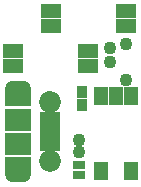
<source format=gts>
G04 #@! TF.FileFunction,Soldermask,Top*
%FSLAX46Y46*%
G04 Gerber Fmt 4.6, Leading zero omitted, Abs format (unit mm)*
G04 Created by KiCad (PCBNEW 4.0.6) date 04/21/17 09:42:09*
%MOMM*%
%LPD*%
G01*
G04 APERTURE LIST*
%ADD10C,0.100000*%
%ADD11R,1.700000X1.200000*%
%ADD12C,1.100000*%
%ADD13R,2.300000X1.900000*%
%ADD14C,1.850000*%
%ADD15R,1.750000X0.800000*%
%ADD16O,2.300000X1.600000*%
%ADD17R,2.300000X1.600000*%
%ADD18R,1.000000X0.800000*%
%ADD19R,0.900000X1.000000*%
%ADD20R,1.200000X1.600000*%
G04 APERTURE END LIST*
D10*
D11*
X141210000Y-99295000D03*
X141210000Y-100575000D03*
X147510000Y-100575000D03*
X147510000Y-99295000D03*
D12*
X146170000Y-102420000D03*
X146160000Y-103640000D03*
X143560000Y-111260000D03*
X147585000Y-102060000D03*
D13*
X138410000Y-110510000D03*
D14*
X141110000Y-107010000D03*
D15*
X141110000Y-108860000D03*
X141110000Y-108210000D03*
X141110000Y-110810000D03*
X141110000Y-110160000D03*
X141110000Y-109510000D03*
D14*
X141110000Y-112010000D03*
D13*
X138410000Y-108510000D03*
D16*
X138410000Y-106010000D03*
X138410000Y-113010000D03*
D17*
X138410000Y-112410000D03*
X138410000Y-106610000D03*
D11*
X138010000Y-102645000D03*
X138010000Y-103925000D03*
X144310000Y-103925000D03*
X144310000Y-102645000D03*
D12*
X143570000Y-110240000D03*
D18*
X143560000Y-113200000D03*
X143560000Y-112300000D03*
D19*
X143860000Y-107210000D03*
X143860000Y-106110000D03*
D20*
X145390000Y-106510000D03*
X145390000Y-112810000D03*
X146660000Y-106510000D03*
X147930000Y-106510000D03*
X147930000Y-112810000D03*
D12*
X147580000Y-105170000D03*
M02*

</source>
